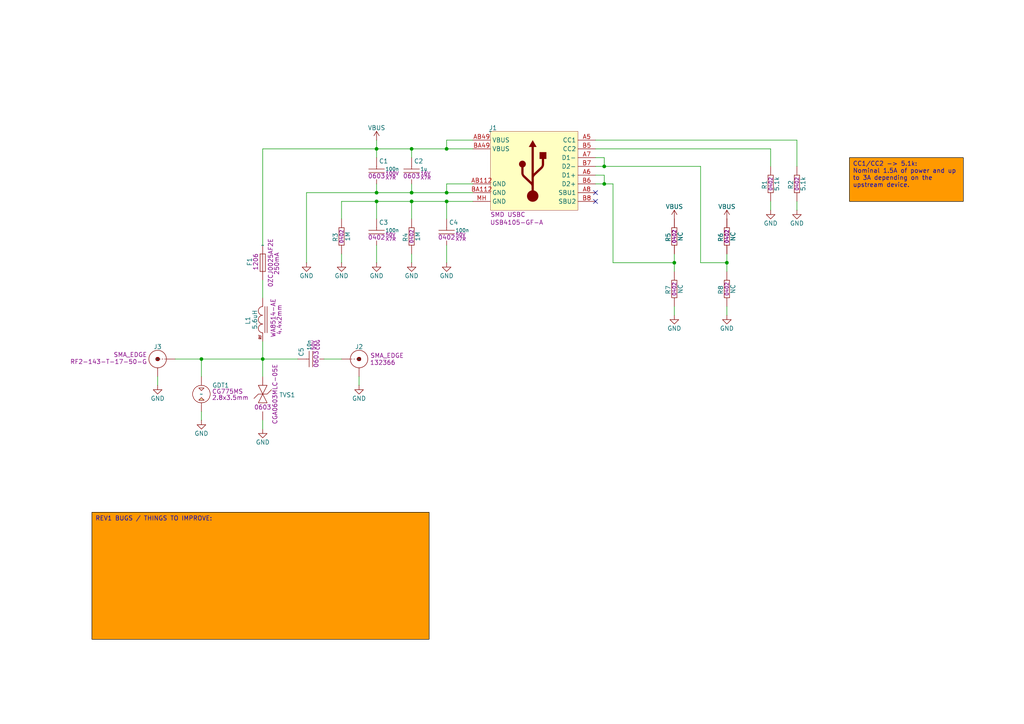
<source format=kicad_sch>
(kicad_sch (version 20250114) (generator "eeschema") (generator_version "9.0")
  (paper "A4")
  (title_block (date "2025-08-10") (rev "1"))
  (lib_symbols
    (symbol "SCH_LIB:C_0402_100nF_50V_X7R" (pin_numbers (hide yes)) (pin_names (hide yes))
      (property "Reference" "C" (at 2.032 -1.016 0))
      (property "Value" "100n" (at 2.54 -3.302 0))
      (property "Voltage" "50V" (at 2.54 -4.572 0))
      (property "Dielectric" "X7R" (at 2.54 -5.842 0))
      (property "SCH_FOOTPRINT" "0402" (at 0 -5.334 0))
      (symbol "C_0402_100nF_50V_X7R_1_0"
        (polyline (pts (xy -2.286 -3.302) (xy 2.286 -3.302)))
        (polyline (pts (xy -2.286 -4.318) (xy 2.286 -4.318)))
        (polyline (pts (xy 0 -2.54) (xy 0 -3.302)))
        (pin passive line (at 0 0 270) (length 2.54) (name "1") (number "1"))
        (pin passive line (at 0 -7.62 90) (length 1.27) (name "2") (number "2"))
      )
    )
    (symbol "SCH_LIB:C_0603_100nF_100V_X7R" (pin_numbers (hide yes)) (pin_names (hide yes))
      (property "Reference" "C" (at 2.032 -1.016 0))
      (property "Value" "100n" (at 2.54 -3.302 0))
      (property "Voltage" "100V" (at 2.54 -4.572 0))
      (property "Dielectric" "X7R" (at 2.54 -5.842 0))
      (property "SCH_FOOTPRINT" "0603" (at 0 -5.334 0))
      (symbol "C_0603_100nF_100V_X7R_1_0"
        (polyline (pts (xy -2.286 -3.302) (xy 2.286 -3.302)))
        (polyline (pts (xy -2.286 -4.318) (xy 2.286 -4.318)))
        (polyline (pts (xy 0 -2.54) (xy 0 -3.302)))
        (pin passive line (at 0 0 270) (length 2.54) (name "1") (number "1"))
        (pin passive line (at 0 -7.62 90) (length 1.27) (name "2") (number "2"))
      )
    )
    (symbol "SCH_LIB:C_0603_10nF_50V_C0G" (pin_numbers (hide yes)) (pin_names (hide yes))
      (property "Reference" "C" (at 2.032 -1.016 0))
      (property "Value" "10n" (at 2.54 -3.302 0))
      (property "Voltage" "50V" (at 2.54 -4.572 0))
      (property "Dielectric" "C0G" (at 2.54 -5.842 0))
      (property "SCH_FOOTPRINT" "0603" (at 0 -5.334 0))
      (symbol "C_0603_10nF_50V_C0G_1_0"
        (polyline (pts (xy -2.286 -3.302) (xy 2.286 -3.302)))
        (polyline (pts (xy -2.286 -4.318) (xy 2.286 -4.318)))
        (polyline (pts (xy 0 -2.54) (xy 0 -3.302)))
        (pin passive line (at 0 0 270) (length 2.54) (name "1") (number "1"))
        (pin passive line (at 0 -7.62 90) (length 1.27) (name "2") (number "2"))
      )
    )
    (symbol "SCH_LIB:C_0603_1uF_16V_X7R" (pin_numbers (hide yes)) (pin_names (hide yes))
      (property "Reference" "C" (at 2.032 -1.016 0))
      (property "Value" "1u" (at 2.54 -3.302 0))
      (property "Voltage" "16V" (at 2.54 -4.572 0))
      (property "Dielectric" "X7R" (at 2.54 -5.842 0))
      (property "SCH_FOOTPRINT" "0603" (at 0 -5.334 0))
      (symbol "C_0603_1uF_16V_X7R_1_0"
        (polyline (pts (xy -2.286 -3.302) (xy 2.286 -3.302)))
        (polyline (pts (xy -2.286 -4.318) (xy 2.286 -4.318)))
        (polyline (pts (xy 0 -2.54) (xy 0 -3.302)))
        (pin passive line (at 0 0 270) (length 2.54) (name "1") (number "1"))
        (pin passive line (at 0 -7.62 90) (length 1.27) (name "2") (number "2"))
      )
    )
    (symbol "SCH_LIB:F_250mA_24V_1206" (pin_numbers (hide yes)) (pin_names (hide yes))
      (property "Reference" "F" (at -3.81 -4.826 90))
      (property "Manufacturer Part Number" "0ZCJ0025AF2E" (at 2.286 -5.08 90))
      (property "SCH_FOOTPRINT" "1206" (at -2.032 -4.826 90))
      (property "Current" "250mA" (at 4.064 -5.334 90))
      (symbol "F_250mA_24V_1206_1_0"
        (polyline (pts (xy -0.762 -2.54) (xy -0.762 -7.62)))
        (polyline (pts (xy 0 -2.54) (xy 0 -7.62)))
        (polyline (pts (xy 0 -7.62) (xy 0 -8.128)))
        (polyline (pts (xy 0.762 -2.54) (xy -0.762 -2.54)))
        (polyline (pts (xy 0.762 -2.54) (xy 0.762 -7.62)))
        (polyline (pts (xy 0.762 -7.62) (xy -0.762 -7.62)))
        (pin passive line (at 0 0 270) (length 2.54) (name "1") (number "1"))
        (pin passive line (at 0 -10.16 90) (length 2.032) (name "2") (number "2"))
      )
    )
    (symbol "SCH_LIB:GDT_CG775MS" (pin_numbers (hide yes)) (pin_names (hide yes))
      (property "Reference" "GDT" (at 4.826 2.54 0))
      (property "Manufacturer Part Number" "CG775MS" (at 3.048 0.762 0))
      (property "SCH_FOOTPRINT" "2.8x3.5mm" (at 3.048 -1.016 0))
      (symbol "GDT_CG775MS_1_0"
        (polyline (pts (xy -0.762 1.778) (xy 0.762 1.778) (xy 0 1.016) (xy -0.762 1.778)) (fill (type background)))
        (circle (center 0 0) (radius 2.54) (fill (type color) (color 255 255 255 1)))
        (polyline (pts (xy 0.762 -1.778) (xy -0.762 -1.778) (xy 0 -1.016) (xy 0.762 -1.778)) (fill (type background)))
        (pin passive line (at 0 5.08 270) (length 2.54) (name "") (number "1"))
        (pin passive line (at 0 -5.08 90) (length 2.54) (name "") (number "2"))
      )
    )
    (symbol "SCH_LIB:J_132366" (pin_numbers (hide yes)) (pin_names (hide yes))
      (property "Reference" "J" (at 0 3.556 0))
      (property "Manufacturer Part Number" "132366" (at 6.858 -1.016 0))
      (property "SCH_FOOTPRINT" "SMA_EDGE" (at 8.128 1.016 0))
      (symbol "J_132366_1_0"
        (polyline (pts (xy -2.286 0) (xy -2.032 0)))
        (polyline (pts (xy -1.27 0) (xy -1.524 0)))
        (polyline (pts (xy -0.508 0) (xy -0.762 0)))
        (circle (center 0 0) (radius 0.508) (fill (type outline)))
        (circle (center 0 0) (radius 0.508) (fill (type outline)))
        (circle (center 0 0) (radius 0.508) (fill (type outline)))
        (circle (center 0 0) (radius 0.508) (fill (type outline)))
        (circle (center 0 0) (radius 2.54))
        (pin passive line (at -5.08 0 0) (length 2.54) (name "X") (number "1"))
        (pin passive line (at 0 -5.08 90) (length 2.54) (name "GND") (number "2"))
      )
    )
    (symbol "SCH_LIB:J_RF2-143-T-17-50-G" (pin_numbers (hide yes)) (pin_names (hide yes))
      (property "Reference" "J" (at 0 3.556 0))
      (property "Manufacturer Part Number" "RF2-143-T-17-50-G" (at 3.048 -0.762 0))
      (property "SCH_FOOTPRINT" "SMA_EDGE" (at 3.048 1.27 0))
      (symbol "J_RF2-143-T-17-50-G_1_0"
        (polyline (pts (xy -2.286 0) (xy -2.032 0)))
        (polyline (pts (xy -1.27 0) (xy -1.524 0)))
        (polyline (pts (xy -0.508 0) (xy -0.762 0)))
        (circle (center 0 0) (radius 0.508) (fill (type outline)))
        (circle (center 0 0) (radius 0.508) (fill (type outline)))
        (circle (center 0 0) (radius 0.508) (fill (type outline)))
        (circle (center 0 0) (radius 0.508) (fill (type outline)))
        (circle (center 0 0) (radius 2.54))
        (pin passive line (at -5.08 0 0) (length 2.54) (name "X") (number "1"))
        (pin passive line (at 0 -5.08 90) (length 2.54) (name "GND") (number "2"))
      )
    )
    (symbol "SCH_LIB:J_USB_C_USB4105-GF-A"
      (property "Reference" "J" (at 0.762 1.016 0))
      (property "Manufacturer Part Number" "USB4105-GF-A" (at 7.62 -26.416 0))
      (property "SCH_FOOTPRINT" "SMD USBC" (at 5.08 -24.13 0))
      (symbol "J_USB_C_USB4105-GF-A_1_0"
        (polyline (pts (xy 8.2931 -9.445) (xy 8.2969 -9.3945) (xy 8.3032 -9.3449) (xy 8.312 -9.296) (xy 8.323 -9.2479) (xy 8.3364 -9.2008) (xy 8.352 -9.1547) (xy 8.3698 -9.1096) (xy 8.3897 -9.0656) (xy 8.4117 -9.0228) (xy 8.4356 -8.9812) (xy 8.4614 -8.9409) (xy 8.4891 -8.902) (xy 8.5186 -8.8645) (xy 8.5498 -8.8284) (xy 8.5827 -8.794) (xy 8.6172 -8.7611) (xy 8.6532 -8.7298) (xy 8.6907 -8.7004) (xy 8.7297 -8.6727) (xy 8.77 -8.6468) (xy 8.8116 -8.6229) (xy 8.8544 -8.601) (xy 8.8984 -8.5811) (xy 8.9435 -8.5633) (xy 8.9897 -8.5477) (xy 9.0368 -8.5343) (xy 9.0849 -8.5232) (xy 9.1338 -8.5145) (xy 9.1835 -8.5081) (xy 9.2339 -8.5043) (xy 9.285 -8.503) (xy 9.3361 -8.5043) (xy 9.3866 -8.5081) (xy 9.4363 -8.5145) (xy 9.4852 -8.5232) (xy 9.5332 -8.5343) (xy 9.5803 -8.5477) (xy 9.6265 -8.5633) (xy 9.6716 -8.5811) (xy 9.7156 -8.601) (xy 9.7584 -8.6229) (xy 9.8 -8.6468) (xy 9.8403 -8.6727) (xy 9.8792 -8.7004) (xy 9.9167 -8.7299) (xy 9.9528 -8.7611) (xy 9.9873 -8.794) (xy 10.0202 -8.8285) (xy 10.0514 -8.8645) (xy 10.0809 -8.902) (xy 10.1086 -8.9409) (xy 10.1344 -8.9812) (xy 10.1583 -9.0228) (xy 10.1803 -9.0656) (xy 10.2001 -9.1096) (xy 10.2179 -9.1547) (xy 10.2336 -9.2008) (xy 10.2469 -9.248) (xy 10.258 -9.296) (xy 10.2668 -9.3449) (xy 10.2731 -9.3946) (xy 10.2769 -9.445) (xy 10.2782 -9.496) (xy 10.2774 -9.5365) (xy 10.275 -9.5764) (xy 10.271 -9.616) (xy 10.2655 -9.655) (xy 10.2584 -9.6935) (xy 10.2499 -9.7315) (xy 10.24 -9.7688) (xy 10.2286 -9.8056) (xy 10.2158 -9.8418) (xy 10.2017 -9.8772) (xy 10.1863 -9.912) (xy 10.1695 -9.946) (xy 10.1516 -9.9793) (xy 10.1323 -10.0118) (xy 10.1119 -10.0435) (xy 10.0904 -10.0744) (xy 10.0677 -10.1044) (xy 10.0439 -10.1334) (xy 10.019 -10.1616) (xy 9.9931 -10.1888) (xy 9.9662 -10.215) (xy 9.9383 -10.2402) (xy 9.9094 -10.2643) (xy 9.8797 -10.2874) (xy 9.849 -10.3093) (xy 9.8176 -10.3301) (xy 9.7853 -10.3498) (xy 9.7522 -10.3682) (xy 9.7183 -10.3855) (xy 9.6838 -10.4014) (xy 9.6485 -10.4161) (xy 9.6126 -10.4295) (xy 9.6132 -12.0893) (xy 9.6152 -12.1317) (xy 9.6193 -12.1738) (xy 9.6253 -12.2157) (xy 9.6331 -12.2572) (xy 9.6428 -12.2983) (xy 9.6542 -12.3389) (xy 9.6673 -12.379) (xy 9.6819 -12.4185) (xy 9.6981 -12.4573) (xy 9.7157 -12.4953) (xy 9.7347 -12.5325) (xy 9.755 -12.5688) (xy 9.7766 -12.6042) (xy 9.7993 -12.6386) (xy 9.8231 -12.6718) (xy 9.8478 -12.704) (xy 11.9359 -14.6803) (xy 11.9359 -4.5301) (xy 11.1178 -4.5301) (xy 12.2646 -2.5443) (xy 13.4113 -4.5301) (xy 12.5919 -4.5301) (xy 12.5919 -12.1981) (xy 14.6803 -10.2213) (xy 14.7051 -10.1892) (xy 14.7289 -10.1559) (xy 14.7516 -10.1216) (xy 14.7731 -10.0862) (xy 14.7934 -10.0498) (xy 14.8124 -10.0126) (xy 14.83 -9.9746) (xy 14.8462 -9.9358) (xy 14.8608 -9.8963) (xy 14.8739 -9.8562) (xy 14.8853 -9.8156) (xy 14.8949 -9.7744) (xy 14.9028 -9.7329) (xy 14.9088 -9.691) (xy 14.9128 -9.6489) (xy 14.9148 -9.6065) (xy 14.9155 -8.0063) (xy 14.2506 -8.0063) (xy 14.2506 -6.0199) (xy 16.2367 -6.0199) (xy 16.2367 -8.0063) (xy 15.5709 -8.0063) (xy 15.5713 -9.5871) (xy 15.5685 -9.6707) (xy 15.5602 -9.7545) (xy 15.5469 -9.8382) (xy 15.5287 -9.9216) (xy 15.506 -10.0044) (xy 15.4791 -10.0863) (xy 15.4482 -10.167) (xy 15.4136 -10.2463) (xy 15.3758 -10.3238) (xy 15.3348 -10.3993) (xy 15.2911 -10.4725) (xy 15.245 -10.5432) (xy 15.1966 -10.6109) (xy 15.1464 -10.6756) (xy 15.0947 -10.7368) (xy 15.0416 -10.7943) (xy 15.0447 -10.7913) (xy 15.0476 -10.7885) (xy 15.0513 -10.785) (xy 15.0516 -10.7848) (xy 15.0515 -10.7849) (xy 15.0501 -10.7862) (xy 15.0414 -10.7945) (xy 12.8264 -12.8911) (xy 12.8016 -12.9231) (xy 12.7779 -12.9563) (xy 12.7552 -12.9906) (xy 12.7337 -13.0259) (xy 12.7134 -13.0621) (xy 12.6944 -13.0992) (xy 12.6768 -13.1372) (xy 12.6607 -13.1758) (xy 12.6461 -13.2152) (xy 12.633 -13.2552) (xy 12.6216 -13.2957) (xy 12.6119 -13.3367) (xy 12.604 -13.3781) (xy 12.598 -13.4199) (xy 12.5939 -13.4619) (xy 12.5918 -13.5042) (xy 12.5918 -15.9994) (xy 12.5918 -16.0005) (xy 12.5918 -16.0016) (xy 12.5918 -16.0027) (xy 12.5918 -16.0038) (xy 12.5918 -16.0059) (xy 12.5918 -16.0081) (xy 12.5918 -17.1362) (xy 12.6624 -17.152) (xy 12.7318 -17.1707) (xy 12.8 -17.1924) (xy 12.8669 -17.2168) (xy 12.9324 -17.244) (xy 12.9965 -17.2739) (xy 13.0591 -17.3064) (xy 13.12 -17.3415) (xy 13.1793 -17.379) (xy 13.2369 -17.4189) (xy 13.3466 -17.5056) (xy 13.4485 -17.6011) (xy 13.542 -17.7048) (xy 13.6267 -17.8161) (xy 13.6655 -17.8745) (xy 13.7019 -17.9345) (xy 13.7358 -17.9962) (xy 13.7671 -18.0594) (xy 13.7957 -18.1242) (xy 13.8217 -18.1903) (xy 13.8448 -18.2578) (xy 13.8651 -18.3265) (xy 13.8825 -18.3965) (xy 13.8969 -18.4676) (xy 13.9082 -18.5398) (xy 13.9163 -18.6129) (xy 13.9213 -18.687) (xy 13.9229 -18.762) (xy 13.9208 -18.8473) (xy 13.9144 -18.9316) (xy 13.9038 -19.0146) (xy 13.8892 -19.0963) (xy 13.8707 -19.1765) (xy 13.8483 -19.2552) (xy 13.8223 -19.3323) (xy 13.7926 -19.4076) (xy 13.7594 -19.4811) (xy 13.7227 -19.5526) (xy 13.6828 -19.6221) (xy 13.6396 -19.6894) (xy 13.5934 -19.7544) (xy 13.5441 -19.8171) (xy 13.492 -19.8772) (xy 13.4371 -19.9348) (xy 13.3795 -19.9898) (xy 13.3193 -20.0419) (xy 13.2566 -20.0911) (xy 13.1916 -20.1374) (xy 13.1243 -20.1805) (xy 13.0548 -20.2205) (xy 12.9833 -20.2571) (xy 12.9098 -20.2903) (xy 12.8345 -20.32) (xy 12.7574 -20.3461) (xy 12.6787 -20.3684) (xy 12.5985 -20.387) (xy 12.5168 -20.4015) (xy 12.4338 -20.4121) (xy 12.3495 -20.4185) (xy 12.2642 -20.4207) (xy 12.1788 -20.4185) (xy 12.0946 -20.4121) (xy 12.0116 -20.4015) (xy 11.93 -20.387) (xy 11.8497 -20.3684) (xy 11.7711 -20.3461) (xy 11.694 -20.32) (xy 11.6187 -20.2903) (xy 11.5452 -20.2571) (xy 11.4737 -20.2205) (xy 11.4043 -20.1805) (xy 11.337 -20.1374) (xy 11.272 -20.0911) (xy 11.2093 -20.0419) (xy 11.1491 -19.9898) (xy 11.0915 -19.9348) (xy 11.0366 -19.8772) (xy 10.9845 -19.8171) (xy 10.9353 -19.7544) (xy 10.889 -19.6894) (xy 10.8459 -19.6221) (xy 10.8059 -19.5526) (xy 10.7693 -19.4811) (xy 10.7361 -19.4076) (xy 10.7064 -19.3323) (xy 10.6803 -19.2552) (xy 10.658 -19.1765) (xy 10.6395 -19.0963) (xy 10.6249 -19.0146) (xy 10.6143 -18.9316) (xy 10.6079 -18.8473) (xy 10.6058 -18.762) (xy 10.6074 -18.687) (xy 10.6124 -18.613) (xy 10.6205 -18.5398) (xy 10.6318 -18.4677) (xy 10.6462 -18.3966) (xy 10.6635 -18.3266) (xy 10.6838 -18.2579) (xy 10.7069 -18.1904) (xy 10.7328 -18.1243) (xy 10.7615 -18.0595) (xy 10.7927 -17.9963) (xy 10.8266 -17.9346) (xy 10.8629 -17.8746) (xy 10.9017 -17.8163) (xy 10.9429 -17.7597) (xy 10.9863 -17.7049) (xy 11.032 -17.6521) (xy 11.0798 -17.6012) (xy 11.1297 -17.5524) (xy 11.1816 -17.5058) (xy 11.2355 -17.4613) (xy 11.2912 -17.419) (xy 11.3487 -17.3791) (xy 11.408 -17.3416) (xy 11.4689 -17.3066) (xy 11.5314 -17.2741) (xy 11.5954 -17.2442) (xy 11.6609 -17.217) (xy 11.7277 -17.1925) (xy 11.7959 -17.1709) (xy 11.8653 -17.1522) (xy 11.9358 -17.1364) (xy 11.9358 -15.9882) (xy 11.9338 -15.9458) (xy 11.9297 -15.9037) (xy 11.9237 -15.8619) (xy 11.9159 -15.8204) (xy 11.9063 -15.7793) (xy 11.8949 -15.7387) (xy 11.8819 -15.6987) (xy 11.8673 -15.6593) (xy 11.8511 -15.6205) (xy 11.8336 -15.5825) (xy 11.8146 -15.5454) (xy 11.7944 -15.5091) (xy 11.7729 -15.4738) (xy 11.7503 -15.4394) (xy 11.7266 -15.4062) (xy 11.7018 -15.3742) (xy 9.4867 -13.2773) (xy 9.478 -13.2689) (xy 9.4766 -13.2676) (xy 9.4765 -13.2674) (xy 9.4768 -13.2677) (xy 9.4805 -13.2711) (xy 9.4865 -13.2768) (xy 9.4335 -13.2193) (xy 9.3817 -13.1581) (xy 9.3315 -13.0934) (xy 9.2831 -13.0257) (xy 9.2369 -12.9551) (xy 9.1932 -12.8819) (xy 9.1523 -12.8064) (xy 9.1144 -12.7289) (xy 9.0798 -12.6497) (xy 9.0489 -12.569) (xy 9.022 -12.4871) (xy 8.9992 -12.4043) (xy 8.9811 -12.321) (xy 8.9677 -12.2372) (xy 8.9595 -12.1535) (xy 8.9567 -12.0699) (xy 8.9569 -10.4295) (xy 8.8858 -10.4014) (xy 8.8175 -10.3682) (xy 8.7521 -10.3301) (xy 8.69 -10.2874) (xy 8.6315 -10.2402) (xy 8.5767 -10.1888) (xy 8.526 -10.1334) (xy 8.4795 -10.0744) (xy 8.4376 -10.0118) (xy 8.4004 -9.946) (xy 8.3683 -9.8772) (xy 8.3414 -9.8056) (xy 8.3201 -9.7315) (xy 8.3045 -9.655) (xy 8.295 -9.5764) (xy 8.2926 -9.5365) (xy 8.2918 -9.496) (xy 8.2931 -9.445)) (stroke (width -0.0001)) (fill (type outline)))
        (rectangle (start 25.4 0) (end 0 -22.86) (stroke (width 0.0254) (color 128 0 0 1)) (fill (type background)))
        (pin passive line (at -5.08 -2.54 0) (length 5.08) (name "VBUS") (number "AB49"))
        (pin passive line (at -5.08 -5.08 0) (length 5.08) (name "VBUS") (number "BA49"))
        (pin passive line (at -5.08 -15.24 0) (length 5.08) (name "GND") (number "AB112"))
        (pin passive line (at -5.08 -17.78 0) (length 5.08) (name "GND") (number "BA112"))
        (pin passive line (at -5.08 -20.32 0) (length 5.08) (name "GND") (number "MH"))
        (pin passive line (at 30.48 -2.54 180) (length 5.08) (name "CC1") (number "A5"))
        (pin passive line (at 30.48 -5.08 180) (length 5.08) (name "CC2") (number "B5"))
        (pin passive line (at 30.48 -7.62 180) (length 5.08) (name "D1-") (number "A7"))
        (pin passive line (at 30.48 -10.16 180) (length 5.08) (name "D2-") (number "B7"))
        (pin passive line (at 30.48 -12.7 180) (length 5.08) (name "D1+") (number "A6"))
        (pin passive line (at 30.48 -15.24 180) (length 5.08) (name "D2+") (number "B6"))
        (pin passive line (at 30.48 -17.78 180) (length 5.08) (name "SBU1") (number "A8"))
        (pin passive line (at 30.48 -20.32 180) (length 5.08) (name "SBU2") (number "B8"))
      )
    )
    (symbol "SCH_LIB:L_RF_5.6uH_4.4x2mm_WA8514-AE" (pin_numbers (hide yes)) (pin_names (hide yes))
      (property "Reference" "L" (at -4.318 6.096 90))
      (property "Value" "5.6uH" (at -2.286 6.35 90))
      (property "Manufacturer Part Number" "WA8514-AE" (at 3.048 6.858 90))
      (property "SCH_FOOTPRINT" "4.4x2mm" (at 4.826 6.35 90))
      (symbol "L_RF_5.6uH_4.4x2mm_WA8514-AE_0_1"
        (polyline (pts (xy 0.635 2.54) (xy 0.635 10.16)))
        (polyline (pts (xy 1.27 2.54) (xy 1.27 10.16)))
      )
      (symbol "L_RF_5.6uH_4.4x2mm_WA8514-AE_1_0"
        (arc (start -1.27 8.89) (mid -0.898 9.788) (end 0 10.16))
        (arc (start 0 7.62) (mid -0.898 7.992) (end -1.27 8.89))
        (arc (start -1.27 6.35) (mid -0.898 7.248) (end 0 7.62))
        (arc (start 0 5.08) (mid -0.898 5.452) (end -1.27 6.35))
        (arc (start -1.27 3.81) (mid -0.898 4.708) (end 0 5.08))
        (arc (start 0 2.54) (mid -0.898 2.912) (end -1.27 3.81))
        (text "RF" (at -0.254 0.508 900) (effects (font (size 0.762 0.762)) (justify left bottom)))
        (pin passive line (at 0 12.7 270) (length 2.54) (name "2") (number "2"))
        (pin passive line (at 0 0 90) (length 2.54) (name "1") (number "1"))
      )
    )
    (symbol "SCH_LIB:R_0402_1M_1%" (pin_numbers (hide yes)) (pin_names (hide yes))
      (property "Reference" "R" (at 4.826 1.778 0))
      (property "Value" "1M" (at 5.08 -1.778 0))
      (property "SCH_FOOTPRINT" "0402" (at 5.08 0 0))
      (symbol "R_0402_1M_1%_1_0"
        (polyline (pts (xy 2.54 0.762) (xy 2.54 -0.762)))
        (polyline (pts (xy 2.54 0.762) (xy 7.62 0.762)))
        (polyline (pts (xy 2.54 -0.762) (xy 7.62 -0.762)))
        (polyline (pts (xy 7.62 0.762) (xy 7.62 -0.762)))
        (pin passive line (at 0 0 0) (length 2.54) (name "1") (number "1"))
        (pin passive line (at 10.16 0 180) (length 2.54) (name "2") (number "2"))
      )
    )
    (symbol "SCH_LIB:R_0402_5.1k_1%" (pin_numbers (hide yes)) (pin_names (hide yes))
      (property "Reference" "R" (at 4.826 1.778 0))
      (property "Value" "5.1k" (at 5.08 -1.778 0))
      (property "SCH_FOOTPRINT" "0402" (at 5.08 0 0))
      (symbol "R_0402_5.1k_1%_1_0"
        (polyline (pts (xy 2.54 0.762) (xy 2.54 -0.762)))
        (polyline (pts (xy 2.54 0.762) (xy 7.62 0.762)))
        (polyline (pts (xy 2.54 -0.762) (xy 7.62 -0.762)))
        (polyline (pts (xy 7.62 0.762) (xy 7.62 -0.762)))
        (pin passive line (at 0 0 0) (length 2.54) (name "1") (number "1"))
        (pin passive line (at 10.16 0 180) (length 2.54) (name "2") (number "2"))
      )
    )
    (symbol "SCH_LIB:R_0402_NC" (pin_numbers (hide yes)) (pin_names (hide yes)) (in_bom no)
      (property "Reference" "R" (at 4.826 1.778 0))
      (property "Value" "NC" (at 5.08 -1.778 0))
      (property "SCH_FOOTPRINT" "0402" (at 5.08 0 0))
      (symbol "R_0402_NC_1_0"
        (polyline (pts (xy 2.54 0.762) (xy 2.54 -0.762)))
        (polyline (pts (xy 2.54 0.762) (xy 7.62 0.762)))
        (polyline (pts (xy 2.54 -0.762) (xy 7.62 -0.762)))
        (polyline (pts (xy 7.62 0.762) (xy 7.62 -0.762)))
        (pin passive line (at 0 0 0) (length 2.54) (name "1") (number "1"))
        (pin passive line (at 10.16 0 180) (length 2.54) (name "2") (number "2"))
      )
    )
    (symbol "SCH_LIB:TVS_CGA0603MLC-05E" (pin_numbers (hide yes)) (pin_names (hide yes))
      (property "Reference" "TVS" (at 7.112 -0.254 0))
      (property "Manufacturer Part Number" "CGA0603MLC-05E" (at 3.556 0 90))
      (property "SCH_FOOTPRINT" "0603" (at 0 -3.81 0))
      (symbol "TVS_CGA0603MLC-05E_1_0"
        (polyline (pts (xy -2.54 -1.27) (xy -1.27 0) (xy 1.27 0) (xy 2.54 1.27)))
        (polyline (pts (xy -1.27 2.54) (xy 0 0) (xy 1.27 2.54) (xy -1.27 2.54)))
        (polyline (pts (xy 0 0) (xy -1.27 -2.54) (xy 1.27 -2.54) (xy 0 0)))
        (pin passive line (at 0 5.08 270) (length 2.54) (name "1") (number "1"))
        (pin passive line (at 0 -7.62 90) (length 2.54) (name "2") (number "2"))
      )
    )
    (symbol "power:+5V" (power) (pin_numbers (hide yes)) (pin_names (offset 0) (hide yes))
      (property "Value" "+5V" (at 0 3.556 0))
      (symbol "+5V_0_1"
        (polyline (pts (xy -0.762 1.27) (xy 0 2.54)))
        (polyline (pts (xy 0 2.54) (xy 0.762 1.27)))
        (polyline (pts (xy 0 0) (xy 0 2.54)))
      )
      (symbol "+5V_1_1"
        (pin power_in line (at 0 0 90) (length 0) (name "~") (number "1"))
      )
    )
    (symbol "power:GND" (power) (pin_numbers (hide yes)) (pin_names (offset 0) (hide yes))
      (property "Value" "GND" (at 0 -3.81 0))
      (symbol "GND_0_1"
        (polyline (pts (xy 0 0) (xy 0 -1.27) (xy 1.27 -1.27) (xy 0 -2.54) (xy -1.27 -1.27) (xy 0 -1.27)))
      )
      (symbol "GND_1_1"
        (pin power_in line (at 0 0 270) (length 0) (name "~") (number "1"))
      )
    )
  )
  (text_box "REV1 BUGS / THINGS TO IMPROVE:" (at 26.67 148.59 0) (size 97.79 36.83) (margins 0.9525 0.9525 0.9525 0.9525) (stroke (width 0) (color 0 0 0 1)) (fill (type color) (color 255 153 0 1)) (effects (font (size 1.27 1.27)) (justify left top)))
  (text_box "CC1/CC2 -> 5.1k:\nNominal 1.5A of power and up to 3A depending on the upstream device.\n\n" (at 279.4 45.72 0) (size -33.02 12.7) (margins 0.9525 0.9525 0.9525 0.9525) (stroke (width 0) (color 0 0 0 1)) (fill (type color) (color 255 153 0 1)) (effects (font (size 1.27 1.27)) (justify left top)))
  (junction (at 129.54 58.42))
  (junction (at 175.26 53.34))
  (junction (at 109.22 55.88))
  (junction (at 109.22 58.42))
  (junction (at 210.82 76.2))
  (junction (at 58.42 104.14))
  (junction (at 119.38 58.42))
  (junction (at 76.2 104.14))
  (junction (at 129.54 55.88))
  (junction (at 109.22 43.18))
  (junction (at 195.58 76.2))
  (junction (at 119.38 55.88))
  (junction (at 119.38 43.18))
  (junction (at 129.54 43.18))
  (junction (at 175.26 48.26))
  (no_connect (at 172.72 58.42))
  (no_connect (at 172.72 55.88))
  (wire (pts (xy 109.22 43.18) (xy 119.38 43.18)))
  (wire (pts (xy 109.22 43.18) (xy 109.22 40.64)))
  (wire (pts (xy 119.38 76.2) (xy 119.38 73.66)))
  (wire (pts (xy 129.54 76.2) (xy 129.54 71.12)))
  (wire (pts (xy 76.2 104.14) (xy 86.36 104.14)))
  (wire (pts (xy 129.54 43.18) (xy 137.16 43.18)))
  (wire (pts (xy 99.06 76.2) (xy 99.06 73.66)))
  (wire (pts (xy 210.82 91.44) (xy 210.82 88.9)))
  (wire (pts (xy 76.2 43.18) (xy 109.22 43.18)))
  (wire (pts (xy 137.16 40.64) (xy 129.54 40.64)))
  (wire (pts (xy 109.22 58.42) (xy 99.06 58.42)))
  (wire (pts (xy 175.26 53.34) (xy 175.26 50.8)))
  (wire (pts (xy 175.26 50.8) (xy 172.72 50.8)))
  (wire (pts (xy 129.54 63.5) (xy 129.54 58.42)))
  (wire (pts (xy 129.54 55.88) (xy 119.38 55.88)))
  (wire (pts (xy 195.58 78.74) (xy 195.58 76.2)))
  (wire (pts (xy 210.82 78.74) (xy 210.82 76.2)))
  (wire (pts (xy 177.8 76.2) (xy 177.8 53.34)))
  (wire (pts (xy 76.2 109.22) (xy 76.2 104.14)))
  (wire (pts (xy 210.82 76.2) (xy 210.82 73.66)))
  (wire (pts (xy 76.2 86.36) (xy 76.2 81.28)))
  (wire (pts (xy 119.38 55.88) (xy 119.38 53.34)))
  (wire (pts (xy 223.52 43.18) (xy 172.72 43.18)))
  (wire (pts (xy 177.8 53.34) (xy 175.26 53.34)))
  (wire (pts (xy 137.16 53.34) (xy 129.54 53.34)))
  (wire (pts (xy 137.16 55.88) (xy 129.54 55.88)))
  (wire (pts (xy 223.52 60.96) (xy 223.52 58.42)))
  (wire (pts (xy 195.58 76.2) (xy 177.8 76.2)))
  (wire (pts (xy 109.22 55.88) (xy 109.22 53.34)))
  (wire (pts (xy 50.8 104.14) (xy 58.42 104.14)))
  (wire (pts (xy 109.22 55.88) (xy 88.9 55.88)))
  (wire (pts (xy 76.2 71.12) (xy 76.2 43.18)))
  (wire (pts (xy 172.72 53.34) (xy 175.26 53.34)))
  (wire (pts (xy 99.06 58.42) (xy 99.06 63.5)))
  (wire (pts (xy 175.26 48.26) (xy 175.26 45.72)))
  (wire (pts (xy 58.42 121.92) (xy 58.42 119.38)))
  (wire (pts (xy 45.72 111.76) (xy 45.72 109.22)))
  (wire (pts (xy 231.14 40.64) (xy 231.14 48.26)))
  (wire (pts (xy 109.22 45.72) (xy 109.22 43.18)))
  (wire (pts (xy 175.26 45.72) (xy 172.72 45.72)))
  (wire (pts (xy 119.38 55.88) (xy 109.22 55.88)))
  (wire (pts (xy 195.58 91.44) (xy 195.58 88.9)))
  (wire (pts (xy 231.14 60.96) (xy 231.14 58.42)))
  (wire (pts (xy 88.9 55.88) (xy 88.9 76.2)))
  (wire (pts (xy 203.2 76.2) (xy 210.82 76.2)))
  (wire (pts (xy 172.72 40.64) (xy 231.14 40.64)))
  (wire (pts (xy 58.42 104.14) (xy 76.2 104.14)))
  (wire (pts (xy 99.06 104.14) (xy 93.98 104.14)))
  (wire (pts (xy 137.16 58.42) (xy 129.54 58.42)))
  (wire (pts (xy 175.26 48.26) (xy 203.2 48.26)))
  (wire (pts (xy 223.52 48.26) (xy 223.52 43.18)))
  (wire (pts (xy 119.38 43.18) (xy 129.54 43.18)))
  (wire (pts (xy 76.2 104.14) (xy 76.2 99.06)))
  (wire (pts (xy 129.54 40.64) (xy 129.54 43.18)))
  (wire (pts (xy 119.38 45.72) (xy 119.38 43.18)))
  (wire (pts (xy 109.22 76.2) (xy 109.22 71.12)))
  (wire (pts (xy 76.2 124.46) (xy 76.2 121.92)))
  (wire (pts (xy 119.38 58.42) (xy 109.22 58.42)))
  (wire (pts (xy 109.22 63.5) (xy 109.22 58.42)))
  (wire (pts (xy 129.54 58.42) (xy 119.38 58.42)))
  (wire (pts (xy 129.54 53.34) (xy 129.54 55.88)))
  (wire (pts (xy 172.72 48.26) (xy 175.26 48.26)))
  (wire (pts (xy 58.42 109.22) (xy 58.42 104.14)))
  (wire (pts (xy 119.38 63.5) (xy 119.38 58.42)))
  (wire (pts (xy 195.58 76.2) (xy 195.58 73.66)))
  (wire (pts (xy 203.2 48.26) (xy 203.2 76.2)))
  (wire (pts (xy 104.14 111.76) (xy 104.14 109.22)))
  (symbol (lib_id "SCH_LIB:R_0402_5.1k_1%") (at 231.14 58.42 90) (unit 1)
    (property "Reference" "R2" (at 229.362 53.594 0))
    (property "Value" "5.1k" (at 232.918 53.34 0))
    (property "Footprint" "PCB_LIB:R_0402_1005" (effects (hide yes)))
    (property "Description" "Resistor" (effects (hide yes)))
    (property "SCH_FOOTPRINT" "0402" (at 231.14 53.34 0) (effects (font (size 1.016 1.016))))
    (property "Tolerance" "1%" (effects (hide yes)))
    (property "Manufacturer" "Panasonic" (effects (hide yes)))
    (property "Manufacturer Part Number" "ERJ-2RKF5101X" (effects (hide yes)))
  )
  (symbol (lib_id "SCH_LIB:R_0402_5.1k_1%") (at 223.52 58.42 90) (unit 1)
    (property "Reference" "R1" (at 221.742 53.594 0))
    (property "Value" "5.1k" (at 225.298 53.34 0))
    (property "Footprint" "PCB_LIB:R_0402_1005" (effects (hide yes)))
    (property "Description" "Resistor" (effects (hide yes)))
    (property "SCH_FOOTPRINT" "0402" (at 223.52 53.34 0) (effects (font (size 1.016 1.016))))
    (property "Tolerance" "1%" (effects (hide yes)))
    (property "Manufacturer" "Panasonic" (effects (hide yes)))
    (property "Manufacturer Part Number" "ERJ-2RKF5101X" (effects (hide yes)))
  )
  (symbol (lib_id "SCH_LIB:R_0402_1M_1%") (at 119.38 73.66 90) (unit 1)
    (property "Reference" "R4" (at 117.602 68.834 0))
    (property "Value" "1M" (at 121.158 68.58 0))
    (property "Footprint" "PCB_LIB:R_0402_1005" (effects (hide yes)))
    (property "Description" "Resistor" (effects (hide yes)))
    (property "SCH_FOOTPRINT" "0402" (at 119.38 68.58 0) (effects (font (size 1.016 1.016))))
    (property "Tolerance" "1%" (effects (hide yes)))
    (property "Manufacturer" "Panasonic" (effects (hide yes)))
    (property "Manufacturer Part Number" "ERJ-2RKF1004X" (effects (hide yes)))
  )
  (symbol (lib_id "SCH_LIB:C_0402_100nF_50V_X7R") (at 109.22 63.5 0) (unit 1)
    (property "Reference" "C3" (at 111.252 64.516 0))
    (property "Value" "100n" (at 111.76 66.802 0) (effects (font (size 1.016 1.016)) (justify left)))
    (property "Footprint" "PCB_LIB:C_0402_1005" (effects (hide yes)))
    (property "Description" "Capacitor" (effects (hide yes)))
    (property "SCH_FOOTPRINT" "0402" (at 109.22 68.834 0))
    (property "Voltage" "50V" (at 111.76 68.072 0) (effects (font (size 1.016 1.016)) (justify left)))
    (property "Dielectric" "X7R" (at 111.76 69.342 0) (effects (font (size 1.016 1.016)) (justify left)))
    (property "Manufacturer" "Murata" (effects (hide yes)))
    (property "Manufacturer Part Number" "GRM155R71H104KE14D" (effects (hide yes)))
  )
  (symbol (lib_id "power:GND") (at 223.52 60.96 0) (unit 1)
    (property "Reference" "#PWR?" (effects (hide yes)))
    (property "Value" "GND" (at 223.52 64.77 0))
    (property "Description" "Power symbol creates a global label with name \"GND\" , ground" (effects (hide yes)))
  )
  (symbol (lib_id "power:GND") (at 119.38 76.2 0) (unit 1)
    (property "Reference" "#PWR?" (effects (hide yes)))
    (property "Value" "GND" (at 119.38 80.01 0))
    (property "Description" "Power symbol creates a global label with name \"GND\" , ground" (effects (hide yes)))
  )
  (symbol (lib_id "power:+5V") (at 210.82 63.5 0) (unit 1)
    (property "Reference" "#PWR02" (effects (hide yes)))
    (property "Value" "VBUS" (at 210.82 59.944 0))
    (property "Description" "Power symbol creates a global label with name \"+5V\"" (effects (hide yes)))
  )
  (symbol (lib_id "power:GND") (at 195.58 91.44 0) (unit 1)
    (property "Reference" "#PWR?" (effects (hide yes)))
    (property "Value" "GND" (at 195.58 95.25 0))
    (property "Description" "Power symbol creates a global label with name \"GND\" , ground" (effects (hide yes)))
  )
  (symbol (lib_id "SCH_LIB:C_0402_100nF_50V_X7R") (at 129.54 63.5 0) (unit 1)
    (property "Reference" "C4" (at 131.572 64.516 0))
    (property "Value" "100n" (at 132.08 66.802 0) (effects (font (size 1.016 1.016)) (justify left)))
    (property "Footprint" "PCB_LIB:C_0402_1005" (effects (hide yes)))
    (property "Description" "Capacitor" (effects (hide yes)))
    (property "SCH_FOOTPRINT" "0402" (at 129.54 68.834 0))
    (property "Voltage" "50V" (at 132.08 68.072 0) (effects (font (size 1.016 1.016)) (justify left)))
    (property "Dielectric" "X7R" (at 132.08 69.342 0) (effects (font (size 1.016 1.016)) (justify left)))
    (property "Manufacturer" "Murata" (effects (hide yes)))
    (property "Manufacturer Part Number" "GRM155R71H104KE14D" (effects (hide yes)))
  )
  (symbol (lib_id "power:GND") (at 88.9 76.2 0) (unit 1)
    (property "Reference" "#PWR?" (effects (hide yes)))
    (property "Value" "GND" (at 88.9 80.01 0))
    (property "Description" "Power symbol creates a global label with name \"GND\" , ground" (effects (hide yes)))
  )
  (symbol (lib_id "SCH_LIB:J_132366") (at 104.14 104.14 0) (unit 1)
    (property "Reference" "J2" (at 104.14 100.584 0))
    (property "Value" "~" (at 104.14 104.14 0))
    (property "Footprint" "PCB_LIB:J_132366" (effects (hide yes)))
    (property "Description" "SMA connector" (effects (hide yes)))
    (property "SCH_FOOTPRINT" "SMA_EDGE" (at 112.268 103.124 0))
    (property "Manufacturer" "Amphenol RF" (effects (hide yes)))
    (property "Manufacturer Part Number" "132366" (at 110.998 105.156 0))
  )
  (symbol (lib_id "power:+5V") (at 109.22 40.64 0) (unit 1)
    (property "Reference" "#PWR?" (effects (hide yes)))
    (property "Value" "VBUS" (at 109.22 37.084 0))
    (property "Description" "Power symbol creates a global label with name \"+5V\"" (effects (hide yes)))
  )
  (symbol (lib_id "SCH_LIB:R_0402_1M_1%") (at 99.06 73.66 90) (unit 1)
    (property "Reference" "R3" (at 97.282 68.834 0))
    (property "Value" "1M" (at 100.838 68.58 0))
    (property "Footprint" "PCB_LIB:R_0402_1005" (effects (hide yes)))
    (property "Description" "Resistor" (effects (hide yes)))
    (property "SCH_FOOTPRINT" "0402" (at 99.06 68.58 0) (effects (font (size 1.016 1.016))))
    (property "Tolerance" "1%" (effects (hide yes)))
    (property "Manufacturer" "Panasonic" (effects (hide yes)))
    (property "Manufacturer Part Number" "ERJ-2RKF1004X" (effects (hide yes)))
  )
  (symbol (lib_id "power:GND") (at 231.14 60.96 0) (unit 1)
    (property "Reference" "#PWR?" (effects (hide yes)))
    (property "Value" "GND" (at 231.14 64.77 0))
    (property "Description" "Power symbol creates a global label with name \"GND\" , ground" (effects (hide yes)))
  )
  (symbol (lib_id "power:GND") (at 109.22 76.2 0) (unit 1)
    (property "Reference" "#PWR?" (effects (hide yes)))
    (property "Value" "GND" (at 109.22 80.01 0))
    (property "Description" "Power symbol creates a global label with name \"GND\" , ground" (effects (hide yes)))
  )
  (symbol (lib_id "SCH_LIB:C_0603_100nF_100V_X7R") (at 109.22 45.72 0) (unit 1)
    (property "Reference" "C1" (at 111.252 46.736 0))
    (property "Value" "100n" (at 111.76 49.022 0) (effects (font (size 1.016 1.016)) (justify left)))
    (property "Footprint" "PCB_LIB:C_0603_1608" (effects (hide yes)))
    (property "Description" "Capacitor" (effects (hide yes)))
    (property "SCH_FOOTPRINT" "0603" (at 109.22 51.054 0))
    (property "Voltage" "100V" (at 111.76 50.292 0) (effects (font (size 1.016 1.016)) (justify left)))
    (property "Dielectric" "X7R" (at 111.76 51.562 0) (effects (font (size 1.016 1.016)) (justify left)))
    (property "Manufacturer" "Kemet" (effects (hide yes)))
    (property "Manufacturer Part Number" "C0603X104K1RACTU" (effects (hide yes)))
  )
  (symbol (lib_id "power:GND") (at 99.06 76.2 0) (unit 1)
    (property "Reference" "#PWR?" (effects (hide yes)))
    (property "Value" "GND" (at 99.06 80.01 0))
    (property "Description" "Power symbol creates a global label with name \"GND\" , ground" (effects (hide yes)))
  )
  (symbol (lib_id "power:+5V") (at 195.58 63.5 0) (unit 1)
    (property "Reference" "#PWR01" (effects (hide yes)))
    (property "Value" "VBUS" (at 195.58 59.944 0))
    (property "Description" "Power symbol creates a global label with name \"+5V\"" (effects (hide yes)))
  )
  (symbol (lib_id "power:GND") (at 104.14 111.76 0) (unit 1)
    (property "Reference" "#PWR?" (effects (hide yes)))
    (property "Value" "GND" (at 104.14 115.57 0))
    (property "Description" "Power symbol creates a global label with name \"GND\" , ground" (effects (hide yes)))
  )
  (symbol (lib_id "SCH_LIB:J_RF2-143-T-17-50-G") (at 45.72 104.14 0) (mirror y) (unit 1)
    (property "Reference" "J3" (at 45.72 100.584 0))
    (property "Value" "~" (at 45.72 104.14 0))
    (property "Footprint" "PCB_LIB:J_RF2-143-T-17-50-G" (effects (hide yes)))
    (property "Description" "SMA connector" (effects (hide yes)))
    (property "SCH_FOOTPRINT" "SMA_EDGE" (at 42.672 102.87 0) (effects (justify left)))
    (property "Manufacturer" "Adam Tech" (effects (hide yes)))
    (property "Manufacturer Part Number" "RF2-143-T-17-50-G" (at 42.672 104.902 0) (effects (justify left)))
  )
  (symbol (lib_id "SCH_LIB:GDT_CG775MS") (at 58.42 114.3 0) (unit 1)
    (property "Reference" "GDT1" (at 64.008 111.76 0))
    (property "Value" "~" (at 58.42 114.3 0))
    (property "Footprint" "PCB_LIB:GDT_CG775MS" (effects (hide yes)))
    (property "Description" "Gas Discharge Tubes - GDTs / Gas Plasma Arrestors 75V SMD Ultra Low 0.3pF" (effects (hide yes)))
    (property "SCH_FOOTPRINT" "2.8x3.5mm" (at 61.468 115.316 0) (effects (justify left)))
    (property "Manufacturer" "Littelfuse" (effects (hide yes)))
    (property "Manufacturer Part Number" "CG775MS" (at 61.468 113.538 0) (effects (justify left)))
  )
  (symbol (lib_id "SCH_LIB:TVS_CGA0603MLC-05E") (at 76.2 114.3 0) (unit 1)
    (property "Reference" "TVS1" (at 83.312 114.554 0))
    (property "Footprint" "PCB_LIB:R_0603_1608" (effects (hide yes)))
    (property "Description" "ESD protection" (effects (hide yes)))
    (property "SCH_FOOTPRINT" "0603" (at 76.2 118.11 0))
    (property "Manufacturer" "Bourns" (effects (hide yes)))
    (property "Manufacturer Part Number" "CGA0603MLC-05E" (at 79.756 114.3 90))
  )
  (symbol (lib_id "power:GND") (at 76.2 124.46 0) (unit 1)
    (property "Reference" "#PWR?" (effects (hide yes)))
    (property "Value" "GND" (at 76.2 128.27 0))
    (property "Description" "Power symbol creates a global label with name \"GND\" , ground" (effects (hide yes)))
  )
  (symbol (lib_id "SCH_LIB:J_USB_C_USB4105-GF-A") (at 142.24 38.1 0) (unit 1)
    (property "Reference" "J1" (at 143.002 37.084 0))
    (property "Value" "~" (at 142.24 38.1 0))
    (property "Footprint" "PCB_LIB:J_USB_C_USB4105" (effects (hide yes)))
    (property "Description" "USB C Connector" (effects (hide yes)))
    (property "SCH_FOOTPRINT" "SMD USBC" (at 147.32 62.23 0))
    (property "Manufacturer" "GCT" (effects (hide yes)))
    (property "Manufacturer Part Number" "USB4105-GF-A" (at 149.86 64.516 0))
  )
  (symbol (lib_id "power:GND") (at 45.72 111.76 0) (unit 1)
    (property "Reference" "#PWR?" (effects (hide yes)))
    (property "Value" "GND" (at 45.72 115.57 0))
    (property "Description" "Power symbol creates a global label with name \"GND\" , ground" (effects (hide yes)))
  )
  (symbol (lib_id "SCH_LIB:L_RF_5.6uH_4.4x2mm_WA8514-AE") (at 76.2 99.06 0) (unit 1)
    (property "Reference" "L1" (at 71.882 92.964 90))
    (property "Value" "5.6uH" (at 73.914 92.71 90))
    (property "Footprint" "PCB_LIB:L_RF_5.6uH_4.4x2mm_WA8514-AE" (effects (hide yes)))
    (property "Description" "Inductor" (effects (hide yes)))
    (property "SCH_FOOTPRINT" "4.4x2mm" (at 81.026 92.71 90))
    (property "Manufacturer" "Coilcraft" (effects (hide yes)))
    (property "Manufacturer Part Number" "WA8514-AE" (at 79.248 92.202 90))
  )
  (symbol (lib_id "SCH_LIB:R_0402_NC") (at 195.58 88.9 90) (unit 1) (in_bom no)
    (property "Reference" "R7" (at 193.802 84.074 0))
    (property "Value" "NC" (at 197.358 83.82 0))
    (property "Footprint" "PCB_LIB:R_NC_0402_1005" (effects (hide yes)))
    (property "Description" "Resistor" (effects (hide yes)))
    (property "SCH_FOOTPRINT" "0402" (at 195.58 83.82 0) (effects (font (size 1.016 1.016))))
    (property "Tolerance" "-" (effects (hide yes)))
    (property "Manufacturer" "-" (effects (hide yes)))
    (property "Manufacturer Part Number" "-" (effects (hide yes)))
  )
  (symbol (lib_id "SCH_LIB:R_0402_NC") (at 210.82 88.9 90) (unit 1) (in_bom no)
    (property "Reference" "R8" (at 209.042 84.074 0))
    (property "Value" "NC" (at 212.598 83.82 0))
    (property "Footprint" "PCB_LIB:R_NC_0402_1005" (effects (hide yes)))
    (property "Description" "Resistor" (effects (hide yes)))
    (property "SCH_FOOTPRINT" "0402" (at 210.82 83.82 0) (effects (font (size 1.016 1.016))))
    (property "Tolerance" "-" (effects (hide yes)))
    (property "Manufacturer" "-" (effects (hide yes)))
    (property "Manufacturer Part Number" "-" (effects (hide yes)))
  )
  (symbol (lib_id "SCH_LIB:C_0603_1uF_16V_X7R") (at 119.38 45.72 0) (unit 1)
    (property "Reference" "C2" (at 121.412 46.736 0))
    (property "Value" "1u" (at 121.92 49.022 0) (effects (font (size 1.016 1.016)) (justify left)))
    (property "Footprint" "PCB_LIB:C_0603_1608" (effects (hide yes)))
    (property "Description" "Capacitor" (effects (hide yes)))
    (property "SCH_FOOTPRINT" "0603" (at 119.38 51.054 0))
    (property "Voltage" "16V" (at 121.92 50.292 0) (effects (font (size 1.016 1.016)) (justify left)))
    (property "Dielectric" "X7R" (at 121.92 51.562 0) (effects (font (size 1.016 1.016)) (justify left)))
    (property "Manufacturer" "Wurth Elektronik" (effects (hide yes)))
    (property "Manufacturer Part Number" "885012206052" (effects (hide yes)))
  )
  (symbol (lib_id "power:GND") (at 129.54 76.2 0) (unit 1)
    (property "Reference" "#PWR?" (effects (hide yes)))
    (property "Value" "GND" (at 129.54 80.01 0))
    (property "Description" "Power symbol creates a global label with name \"GND\" , ground" (effects (hide yes)))
  )
  (symbol (lib_id "SCH_LIB:R_0402_NC") (at 210.82 73.66 90) (unit 1) (in_bom no)
    (property "Reference" "R6" (at 209.042 68.834 0))
    (property "Value" "NC" (at 212.598 68.58 0))
    (property "Footprint" "PCB_LIB:R_NC_0402_1005" (effects (hide yes)))
    (property "Description" "Resistor" (effects (hide yes)))
    (property "SCH_FOOTPRINT" "0402" (at 210.82 68.58 0) (effects (font (size 1.016 1.016))))
    (property "Tolerance" "-" (effects (hide yes)))
    (property "Manufacturer" "-" (effects (hide yes)))
    (property "Manufacturer Part Number" "-" (effects (hide yes)))
  )
  (symbol (lib_id "power:GND") (at 58.42 121.92 0) (unit 1)
    (property "Reference" "#PWR?" (effects (hide yes)))
    (property "Value" "GND" (at 58.42 125.73 0))
    (property "Description" "Power symbol creates a global label with name \"GND\" , ground" (effects (hide yes)))
  )
  (symbol (lib_id "SCH_LIB:F_250mA_24V_1206") (at 76.2 71.12 0) (unit 1)
    (property "Reference" "F1" (at 72.39 75.946 90))
    (property "Value" "~" (at 76.2 71.12 0))
    (property "Footprint" "PCB_LIB:F_250mA_24V_1206" (effects (hide yes)))
    (property "Description" "Fuse" (effects (hide yes)))
    (property "SCH_FOOTPRINT" "1206" (at 74.168 75.946 90))
    (property "Manufacturer" "BEL Fuse" (effects (hide yes)))
    (property "Manufacturer Part Number" "0ZCJ0025AF2E" (at 78.486 76.2 90))
    (property "Current" "250mA" (at 80.264 76.454 90))
  )
  (symbol (lib_id "power:GND") (at 210.82 91.44 0) (unit 1)
    (property "Reference" "#PWR?" (effects (hide yes)))
    (property "Value" "GND" (at 210.82 95.25 0))
    (property "Description" "Power symbol creates a global label with name \"GND\" , ground" (effects (hide yes)))
  )
  (symbol (lib_id "SCH_LIB:R_0402_NC") (at 195.58 73.66 90) (unit 1) (in_bom no)
    (property "Reference" "R5" (at 193.802 68.834 0))
    (property "Value" "NC" (at 197.358 68.58 0))
    (property "Footprint" "PCB_LIB:R_NC_0402_1005" (effects (hide yes)))
    (property "Description" "Resistor" (effects (hide yes)))
    (property "SCH_FOOTPRINT" "0402" (at 195.58 68.58 0) (effects (font (size 1.016 1.016))))
    (property "Tolerance" "-" (effects (hide yes)))
    (property "Manufacturer" "-" (effects (hide yes)))
    (property "Manufacturer Part Number" "-" (effects (hide yes)))
  )
  (symbol (lib_id "SCH_LIB:C_0603_10nF_50V_C0G") (at 86.36 104.14 90) (unit 1)
    (property "Reference" "C5" (at 87.376 102.108 0))
    (property "Value" "10n" (at 89.662 101.6 0) (effects (font (size 1.016 1.016)) (justify left)))
    (property "Footprint" "PCB_LIB:C_0603_1608" (effects (hide yes)))
    (property "Description" "Capacitor" (effects (hide yes)))
    (property "SCH_FOOTPRINT" "0603" (at 91.694 104.14 0))
    (property "Voltage" "50V" (at 90.932 101.6 0) (effects (font (size 1.016 1.016)) (justify left)))
    (property "Dielectric" "C0G" (at 92.202 101.6 0) (effects (font (size 1.016 1.016)) (justify left)))
    (property "Manufacturer" "Murata" (effects (hide yes)))
    (property "Manufacturer Part Number" "GRM1885C1H103JA01D" (effects (hide yes)))
  )
)
</source>
